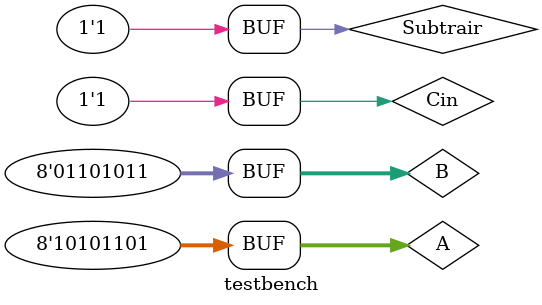
<source format=v>
module testbench;

  // Defina os sinais de entrada
  reg [7:0] A;
  reg [7:0] B;
  reg Cin;
  reg Subtrair;

  // Defina os sinais de saída
  wire [8:0] S;
  wire Cout;

  // Instancie o seu módulo (somador-subtrator de 8 bits)
  SomadorSubtrator uut (
    .A(A),
    .B(B),
    .Cin(Cin),
    .Subtrair(Subtrair),
    .S(S),
    .Cout(Cout)
  );

  // Simule o comportamento
  initial begin
    // Inicialize os sinais de entrada
    A = 8'b00101100;
    B = 8'b11010110;
    Cin = 0;
    Subtrair = 0;

    // Aplique os estímulos
    #10 A = 8'b10101101;
    #10 B = 8'b01101011;
    #10 Cin = 1;
    #10 Subtrair = 1;

    // Verifique os resultados
    #10 if (S !== 8'b01100011 || Cout !== 0) $display("Teste falhou!");

  end

endmodule

</source>
